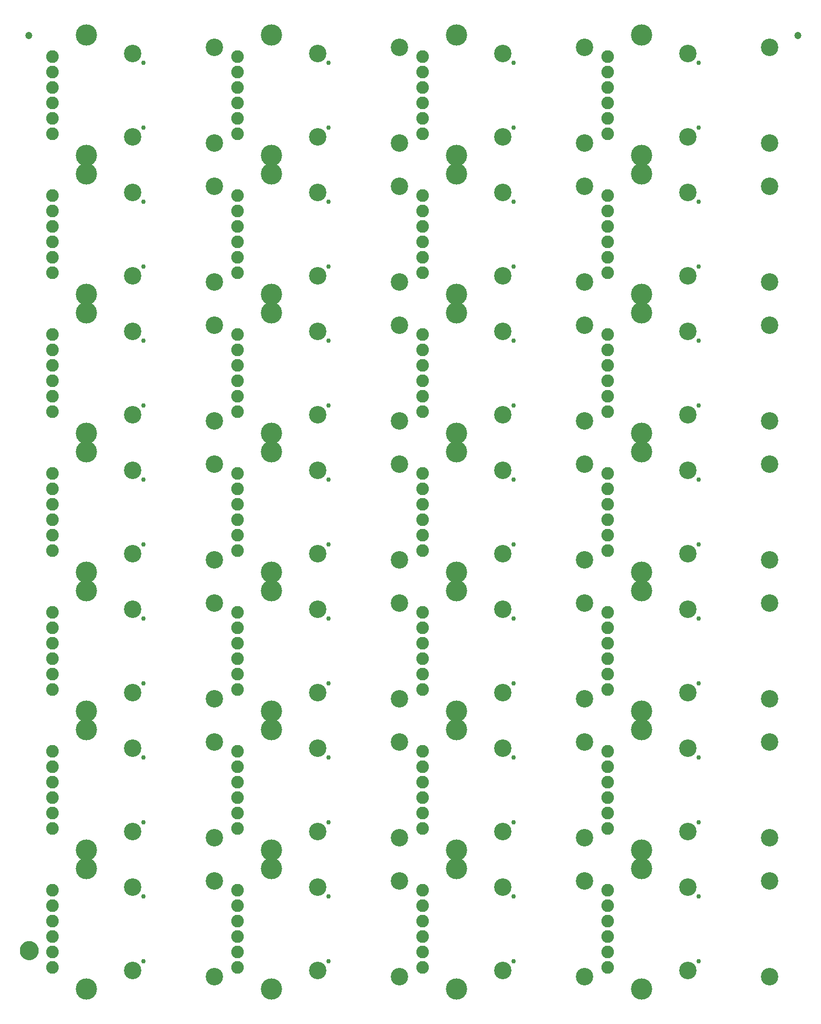
<source format=gbs>
G04 EAGLE Gerber RS-274X export*
G75*
%MOMM*%
%FSLAX34Y34*%
%LPD*%
%INSoldermask Bottom*%
%IPPOS*%
%AMOC8*
5,1,8,0,0,1.08239X$1,22.5*%
G01*
%ADD10C,3.505200*%
%ADD11C,2.082800*%
%ADD12C,2.870200*%
%ADD13C,0.762000*%
%ADD14C,1.203200*%
%ADD15C,1.270000*%
%ADD16C,1.703200*%


D10*
X68580Y198120D03*
D11*
X12700Y162560D03*
X12700Y137160D03*
X12700Y111760D03*
X12700Y86360D03*
X12700Y60960D03*
X12700Y35560D03*
D10*
X68580Y0D03*
D12*
X144780Y30480D03*
X144780Y167640D03*
X279400Y20320D03*
X279400Y177800D03*
D13*
X162560Y152400D03*
X162560Y45720D03*
D10*
X373380Y198120D03*
D11*
X317500Y162560D03*
X317500Y137160D03*
X317500Y111760D03*
X317500Y86360D03*
X317500Y60960D03*
X317500Y35560D03*
D10*
X373380Y0D03*
D12*
X449580Y30480D03*
X449580Y167640D03*
X584200Y20320D03*
X584200Y177800D03*
D13*
X467360Y152400D03*
X467360Y45720D03*
D10*
X678180Y198120D03*
D11*
X622300Y162560D03*
X622300Y137160D03*
X622300Y111760D03*
X622300Y86360D03*
X622300Y60960D03*
X622300Y35560D03*
D10*
X678180Y0D03*
D12*
X754380Y30480D03*
X754380Y167640D03*
X889000Y20320D03*
X889000Y177800D03*
D13*
X772160Y152400D03*
X772160Y45720D03*
D10*
X982980Y198120D03*
D11*
X927100Y162560D03*
X927100Y137160D03*
X927100Y111760D03*
X927100Y86360D03*
X927100Y60960D03*
X927100Y35560D03*
D10*
X982980Y0D03*
D12*
X1059180Y30480D03*
X1059180Y167640D03*
X1193800Y20320D03*
X1193800Y177800D03*
D13*
X1076960Y152400D03*
X1076960Y45720D03*
D10*
X68580Y426720D03*
D11*
X12700Y391160D03*
X12700Y365760D03*
X12700Y340360D03*
X12700Y314960D03*
X12700Y289560D03*
X12700Y264160D03*
D10*
X68580Y228600D03*
D12*
X144780Y259080D03*
X144780Y396240D03*
X279400Y248920D03*
X279400Y406400D03*
D13*
X162560Y381000D03*
X162560Y274320D03*
D10*
X373380Y426720D03*
D11*
X317500Y391160D03*
X317500Y365760D03*
X317500Y340360D03*
X317500Y314960D03*
X317500Y289560D03*
X317500Y264160D03*
D10*
X373380Y228600D03*
D12*
X449580Y259080D03*
X449580Y396240D03*
X584200Y248920D03*
X584200Y406400D03*
D13*
X467360Y381000D03*
X467360Y274320D03*
D10*
X678180Y426720D03*
D11*
X622300Y391160D03*
X622300Y365760D03*
X622300Y340360D03*
X622300Y314960D03*
X622300Y289560D03*
X622300Y264160D03*
D10*
X678180Y228600D03*
D12*
X754380Y259080D03*
X754380Y396240D03*
X889000Y248920D03*
X889000Y406400D03*
D13*
X772160Y381000D03*
X772160Y274320D03*
D10*
X982980Y426720D03*
D11*
X927100Y391160D03*
X927100Y365760D03*
X927100Y340360D03*
X927100Y314960D03*
X927100Y289560D03*
X927100Y264160D03*
D10*
X982980Y228600D03*
D12*
X1059180Y259080D03*
X1059180Y396240D03*
X1193800Y248920D03*
X1193800Y406400D03*
D13*
X1076960Y381000D03*
X1076960Y274320D03*
D10*
X68580Y655320D03*
D11*
X12700Y619760D03*
X12700Y594360D03*
X12700Y568960D03*
X12700Y543560D03*
X12700Y518160D03*
X12700Y492760D03*
D10*
X68580Y457200D03*
D12*
X144780Y487680D03*
X144780Y624840D03*
X279400Y477520D03*
X279400Y635000D03*
D13*
X162560Y609600D03*
X162560Y502920D03*
D10*
X373380Y655320D03*
D11*
X317500Y619760D03*
X317500Y594360D03*
X317500Y568960D03*
X317500Y543560D03*
X317500Y518160D03*
X317500Y492760D03*
D10*
X373380Y457200D03*
D12*
X449580Y487680D03*
X449580Y624840D03*
X584200Y477520D03*
X584200Y635000D03*
D13*
X467360Y609600D03*
X467360Y502920D03*
D10*
X678180Y655320D03*
D11*
X622300Y619760D03*
X622300Y594360D03*
X622300Y568960D03*
X622300Y543560D03*
X622300Y518160D03*
X622300Y492760D03*
D10*
X678180Y457200D03*
D12*
X754380Y487680D03*
X754380Y624840D03*
X889000Y477520D03*
X889000Y635000D03*
D13*
X772160Y609600D03*
X772160Y502920D03*
D10*
X982980Y655320D03*
D11*
X927100Y619760D03*
X927100Y594360D03*
X927100Y568960D03*
X927100Y543560D03*
X927100Y518160D03*
X927100Y492760D03*
D10*
X982980Y457200D03*
D12*
X1059180Y487680D03*
X1059180Y624840D03*
X1193800Y477520D03*
X1193800Y635000D03*
D13*
X1076960Y609600D03*
X1076960Y502920D03*
D10*
X68580Y883920D03*
D11*
X12700Y848360D03*
X12700Y822960D03*
X12700Y797560D03*
X12700Y772160D03*
X12700Y746760D03*
X12700Y721360D03*
D10*
X68580Y685800D03*
D12*
X144780Y716280D03*
X144780Y853440D03*
X279400Y706120D03*
X279400Y863600D03*
D13*
X162560Y838200D03*
X162560Y731520D03*
D10*
X373380Y883920D03*
D11*
X317500Y848360D03*
X317500Y822960D03*
X317500Y797560D03*
X317500Y772160D03*
X317500Y746760D03*
X317500Y721360D03*
D10*
X373380Y685800D03*
D12*
X449580Y716280D03*
X449580Y853440D03*
X584200Y706120D03*
X584200Y863600D03*
D13*
X467360Y838200D03*
X467360Y731520D03*
D10*
X678180Y883920D03*
D11*
X622300Y848360D03*
X622300Y822960D03*
X622300Y797560D03*
X622300Y772160D03*
X622300Y746760D03*
X622300Y721360D03*
D10*
X678180Y685800D03*
D12*
X754380Y716280D03*
X754380Y853440D03*
X889000Y706120D03*
X889000Y863600D03*
D13*
X772160Y838200D03*
X772160Y731520D03*
D10*
X982980Y883920D03*
D11*
X927100Y848360D03*
X927100Y822960D03*
X927100Y797560D03*
X927100Y772160D03*
X927100Y746760D03*
X927100Y721360D03*
D10*
X982980Y685800D03*
D12*
X1059180Y716280D03*
X1059180Y853440D03*
X1193800Y706120D03*
X1193800Y863600D03*
D13*
X1076960Y838200D03*
X1076960Y731520D03*
D10*
X68580Y1112520D03*
D11*
X12700Y1076960D03*
X12700Y1051560D03*
X12700Y1026160D03*
X12700Y1000760D03*
X12700Y975360D03*
X12700Y949960D03*
D10*
X68580Y914400D03*
D12*
X144780Y944880D03*
X144780Y1082040D03*
X279400Y934720D03*
X279400Y1092200D03*
D13*
X162560Y1066800D03*
X162560Y960120D03*
D10*
X373380Y1112520D03*
D11*
X317500Y1076960D03*
X317500Y1051560D03*
X317500Y1026160D03*
X317500Y1000760D03*
X317500Y975360D03*
X317500Y949960D03*
D10*
X373380Y914400D03*
D12*
X449580Y944880D03*
X449580Y1082040D03*
X584200Y934720D03*
X584200Y1092200D03*
D13*
X467360Y1066800D03*
X467360Y960120D03*
D10*
X678180Y1112520D03*
D11*
X622300Y1076960D03*
X622300Y1051560D03*
X622300Y1026160D03*
X622300Y1000760D03*
X622300Y975360D03*
X622300Y949960D03*
D10*
X678180Y914400D03*
D12*
X754380Y944880D03*
X754380Y1082040D03*
X889000Y934720D03*
X889000Y1092200D03*
D13*
X772160Y1066800D03*
X772160Y960120D03*
D10*
X982980Y1112520D03*
D11*
X927100Y1076960D03*
X927100Y1051560D03*
X927100Y1026160D03*
X927100Y1000760D03*
X927100Y975360D03*
X927100Y949960D03*
D10*
X982980Y914400D03*
D12*
X1059180Y944880D03*
X1059180Y1082040D03*
X1193800Y934720D03*
X1193800Y1092200D03*
D13*
X1076960Y1066800D03*
X1076960Y960120D03*
D10*
X68580Y1341120D03*
D11*
X12700Y1305560D03*
X12700Y1280160D03*
X12700Y1254760D03*
X12700Y1229360D03*
X12700Y1203960D03*
X12700Y1178560D03*
D10*
X68580Y1143000D03*
D12*
X144780Y1173480D03*
X144780Y1310640D03*
X279400Y1163320D03*
X279400Y1320800D03*
D13*
X162560Y1295400D03*
X162560Y1188720D03*
D10*
X373380Y1341120D03*
D11*
X317500Y1305560D03*
X317500Y1280160D03*
X317500Y1254760D03*
X317500Y1229360D03*
X317500Y1203960D03*
X317500Y1178560D03*
D10*
X373380Y1143000D03*
D12*
X449580Y1173480D03*
X449580Y1310640D03*
X584200Y1163320D03*
X584200Y1320800D03*
D13*
X467360Y1295400D03*
X467360Y1188720D03*
D10*
X678180Y1341120D03*
D11*
X622300Y1305560D03*
X622300Y1280160D03*
X622300Y1254760D03*
X622300Y1229360D03*
X622300Y1203960D03*
X622300Y1178560D03*
D10*
X678180Y1143000D03*
D12*
X754380Y1173480D03*
X754380Y1310640D03*
X889000Y1163320D03*
X889000Y1320800D03*
D13*
X772160Y1295400D03*
X772160Y1188720D03*
D10*
X982980Y1341120D03*
D11*
X927100Y1305560D03*
X927100Y1280160D03*
X927100Y1254760D03*
X927100Y1229360D03*
X927100Y1203960D03*
X927100Y1178560D03*
D10*
X982980Y1143000D03*
D12*
X1059180Y1173480D03*
X1059180Y1310640D03*
X1193800Y1163320D03*
X1193800Y1320800D03*
D13*
X1076960Y1295400D03*
X1076960Y1188720D03*
D10*
X68580Y1569720D03*
D11*
X12700Y1534160D03*
X12700Y1508760D03*
X12700Y1483360D03*
X12700Y1457960D03*
X12700Y1432560D03*
X12700Y1407160D03*
D10*
X68580Y1371600D03*
D12*
X144780Y1402080D03*
X144780Y1539240D03*
X279400Y1391920D03*
X279400Y1549400D03*
D13*
X162560Y1524000D03*
X162560Y1417320D03*
D10*
X373380Y1569720D03*
D11*
X317500Y1534160D03*
X317500Y1508760D03*
X317500Y1483360D03*
X317500Y1457960D03*
X317500Y1432560D03*
X317500Y1407160D03*
D10*
X373380Y1371600D03*
D12*
X449580Y1402080D03*
X449580Y1539240D03*
X584200Y1391920D03*
X584200Y1549400D03*
D13*
X467360Y1524000D03*
X467360Y1417320D03*
D10*
X678180Y1569720D03*
D11*
X622300Y1534160D03*
X622300Y1508760D03*
X622300Y1483360D03*
X622300Y1457960D03*
X622300Y1432560D03*
X622300Y1407160D03*
D10*
X678180Y1371600D03*
D12*
X754380Y1402080D03*
X754380Y1539240D03*
X889000Y1391920D03*
X889000Y1549400D03*
D13*
X772160Y1524000D03*
X772160Y1417320D03*
D10*
X982980Y1569720D03*
D11*
X927100Y1534160D03*
X927100Y1508760D03*
X927100Y1483360D03*
X927100Y1457960D03*
X927100Y1432560D03*
X927100Y1407160D03*
D10*
X982980Y1371600D03*
D12*
X1059180Y1402080D03*
X1059180Y1539240D03*
X1193800Y1391920D03*
X1193800Y1549400D03*
D13*
X1076960Y1524000D03*
X1076960Y1417320D03*
D14*
X-26238Y1568450D03*
X1240358Y1568450D03*
D15*
X-35293Y63500D02*
X-35290Y63722D01*
X-35282Y63944D01*
X-35268Y64166D01*
X-35249Y64388D01*
X-35225Y64608D01*
X-35195Y64829D01*
X-35160Y65048D01*
X-35119Y65267D01*
X-35073Y65484D01*
X-35022Y65700D01*
X-34965Y65915D01*
X-34903Y66129D01*
X-34836Y66340D01*
X-34764Y66551D01*
X-34686Y66759D01*
X-34604Y66965D01*
X-34516Y67169D01*
X-34424Y67372D01*
X-34326Y67571D01*
X-34224Y67768D01*
X-34117Y67963D01*
X-34005Y68155D01*
X-33888Y68344D01*
X-33767Y68531D01*
X-33641Y68714D01*
X-33511Y68894D01*
X-33376Y69071D01*
X-33238Y69244D01*
X-33095Y69414D01*
X-32947Y69581D01*
X-32796Y69744D01*
X-32641Y69903D01*
X-32482Y70058D01*
X-32319Y70209D01*
X-32152Y70357D01*
X-31982Y70500D01*
X-31809Y70638D01*
X-31632Y70773D01*
X-31452Y70903D01*
X-31269Y71029D01*
X-31082Y71150D01*
X-30893Y71267D01*
X-30701Y71379D01*
X-30506Y71486D01*
X-30309Y71588D01*
X-30110Y71686D01*
X-29907Y71778D01*
X-29703Y71866D01*
X-29497Y71948D01*
X-29289Y72026D01*
X-29078Y72098D01*
X-28867Y72165D01*
X-28653Y72227D01*
X-28438Y72284D01*
X-28222Y72335D01*
X-28005Y72381D01*
X-27786Y72422D01*
X-27567Y72457D01*
X-27346Y72487D01*
X-27126Y72511D01*
X-26904Y72530D01*
X-26682Y72544D01*
X-26460Y72552D01*
X-26238Y72555D01*
X-26016Y72552D01*
X-25794Y72544D01*
X-25572Y72530D01*
X-25350Y72511D01*
X-25130Y72487D01*
X-24909Y72457D01*
X-24690Y72422D01*
X-24471Y72381D01*
X-24254Y72335D01*
X-24038Y72284D01*
X-23823Y72227D01*
X-23609Y72165D01*
X-23398Y72098D01*
X-23187Y72026D01*
X-22979Y71948D01*
X-22773Y71866D01*
X-22569Y71778D01*
X-22366Y71686D01*
X-22167Y71588D01*
X-21970Y71486D01*
X-21775Y71379D01*
X-21583Y71267D01*
X-21394Y71150D01*
X-21207Y71029D01*
X-21024Y70903D01*
X-20844Y70773D01*
X-20667Y70638D01*
X-20494Y70500D01*
X-20324Y70357D01*
X-20157Y70209D01*
X-19994Y70058D01*
X-19835Y69903D01*
X-19680Y69744D01*
X-19529Y69581D01*
X-19381Y69414D01*
X-19238Y69244D01*
X-19100Y69071D01*
X-18965Y68894D01*
X-18835Y68714D01*
X-18709Y68531D01*
X-18588Y68344D01*
X-18471Y68155D01*
X-18359Y67963D01*
X-18252Y67768D01*
X-18150Y67571D01*
X-18052Y67372D01*
X-17960Y67169D01*
X-17872Y66965D01*
X-17790Y66759D01*
X-17712Y66551D01*
X-17640Y66340D01*
X-17573Y66129D01*
X-17511Y65915D01*
X-17454Y65700D01*
X-17403Y65484D01*
X-17357Y65267D01*
X-17316Y65048D01*
X-17281Y64829D01*
X-17251Y64608D01*
X-17227Y64388D01*
X-17208Y64166D01*
X-17194Y63944D01*
X-17186Y63722D01*
X-17183Y63500D01*
X-17186Y63278D01*
X-17194Y63056D01*
X-17208Y62834D01*
X-17227Y62612D01*
X-17251Y62392D01*
X-17281Y62171D01*
X-17316Y61952D01*
X-17357Y61733D01*
X-17403Y61516D01*
X-17454Y61300D01*
X-17511Y61085D01*
X-17573Y60871D01*
X-17640Y60660D01*
X-17712Y60449D01*
X-17790Y60241D01*
X-17872Y60035D01*
X-17960Y59831D01*
X-18052Y59628D01*
X-18150Y59429D01*
X-18252Y59232D01*
X-18359Y59037D01*
X-18471Y58845D01*
X-18588Y58656D01*
X-18709Y58469D01*
X-18835Y58286D01*
X-18965Y58106D01*
X-19100Y57929D01*
X-19238Y57756D01*
X-19381Y57586D01*
X-19529Y57419D01*
X-19680Y57256D01*
X-19835Y57097D01*
X-19994Y56942D01*
X-20157Y56791D01*
X-20324Y56643D01*
X-20494Y56500D01*
X-20667Y56362D01*
X-20844Y56227D01*
X-21024Y56097D01*
X-21207Y55971D01*
X-21394Y55850D01*
X-21583Y55733D01*
X-21775Y55621D01*
X-21970Y55514D01*
X-22167Y55412D01*
X-22366Y55314D01*
X-22569Y55222D01*
X-22773Y55134D01*
X-22979Y55052D01*
X-23187Y54974D01*
X-23398Y54902D01*
X-23609Y54835D01*
X-23823Y54773D01*
X-24038Y54716D01*
X-24254Y54665D01*
X-24471Y54619D01*
X-24690Y54578D01*
X-24909Y54543D01*
X-25130Y54513D01*
X-25350Y54489D01*
X-25572Y54470D01*
X-25794Y54456D01*
X-26016Y54448D01*
X-26238Y54445D01*
X-26460Y54448D01*
X-26682Y54456D01*
X-26904Y54470D01*
X-27126Y54489D01*
X-27346Y54513D01*
X-27567Y54543D01*
X-27786Y54578D01*
X-28005Y54619D01*
X-28222Y54665D01*
X-28438Y54716D01*
X-28653Y54773D01*
X-28867Y54835D01*
X-29078Y54902D01*
X-29289Y54974D01*
X-29497Y55052D01*
X-29703Y55134D01*
X-29907Y55222D01*
X-30110Y55314D01*
X-30309Y55412D01*
X-30506Y55514D01*
X-30701Y55621D01*
X-30893Y55733D01*
X-31082Y55850D01*
X-31269Y55971D01*
X-31452Y56097D01*
X-31632Y56227D01*
X-31809Y56362D01*
X-31982Y56500D01*
X-32152Y56643D01*
X-32319Y56791D01*
X-32482Y56942D01*
X-32641Y57097D01*
X-32796Y57256D01*
X-32947Y57419D01*
X-33095Y57586D01*
X-33238Y57756D01*
X-33376Y57929D01*
X-33511Y58106D01*
X-33641Y58286D01*
X-33767Y58469D01*
X-33888Y58656D01*
X-34005Y58845D01*
X-34117Y59037D01*
X-34224Y59232D01*
X-34326Y59429D01*
X-34424Y59628D01*
X-34516Y59831D01*
X-34604Y60035D01*
X-34686Y60241D01*
X-34764Y60449D01*
X-34836Y60660D01*
X-34903Y60871D01*
X-34965Y61085D01*
X-35022Y61300D01*
X-35073Y61516D01*
X-35119Y61733D01*
X-35160Y61952D01*
X-35195Y62171D01*
X-35225Y62392D01*
X-35249Y62612D01*
X-35268Y62834D01*
X-35282Y63056D01*
X-35290Y63278D01*
X-35293Y63500D01*
D16*
X-26238Y63500D03*
M02*

</source>
